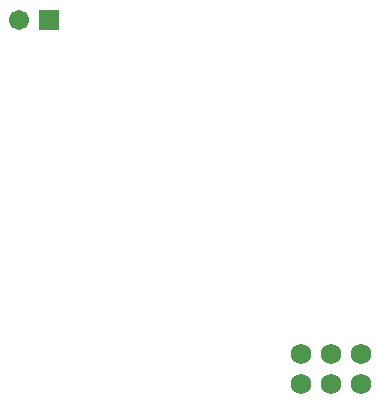
<source format=gbs>
%FSAX43Y43*%
%MOMM*%
G71*
G01*
G75*
G04 Layer_Color=16711935*
%ADD10C,0.203*%
%ADD11R,0.600X0.500*%
%ADD12R,1.270X0.914*%
%ADD13R,0.914X0.914*%
%ADD14R,0.650X1.100*%
%ADD15R,1.100X0.650*%
%ADD16R,0.500X0.600*%
%ADD17R,0.762X0.762*%
%ADD18R,0.762X0.762*%
%ADD19R,0.450X0.450*%
G04:AMPARAMS|DCode=20|XSize=5mm|YSize=5mm|CornerRadius=0.5mm|HoleSize=0mm|Usage=FLASHONLY|Rotation=90.000|XOffset=0mm|YOffset=0mm|HoleType=Round|Shape=RoundedRectangle|*
%AMROUNDEDRECTD20*
21,1,5.000,4.000,0,0,90.0*
21,1,4.000,5.000,0,0,90.0*
1,1,1.000,2.000,2.000*
1,1,1.000,2.000,-2.000*
1,1,1.000,-2.000,-2.000*
1,1,1.000,-2.000,2.000*
%
%ADD20ROUNDEDRECTD20*%
%ADD21O,1.050X0.250*%
%ADD22O,0.250X1.050*%
G04:AMPARAMS|DCode=23|XSize=0.25mm|YSize=0.7mm|CornerRadius=0.063mm|HoleSize=0mm|Usage=FLASHONLY|Rotation=90.000|XOffset=0mm|YOffset=0mm|HoleType=Round|Shape=RoundedRectangle|*
%AMROUNDEDRECTD23*
21,1,0.250,0.575,0,0,90.0*
21,1,0.125,0.700,0,0,90.0*
1,1,0.125,0.287,0.063*
1,1,0.125,0.287,-0.063*
1,1,0.125,-0.287,-0.063*
1,1,0.125,-0.287,0.063*
%
%ADD23ROUNDEDRECTD23*%
G04:AMPARAMS|DCode=24|XSize=0.25mm|YSize=0.7mm|CornerRadius=0.063mm|HoleSize=0mm|Usage=FLASHONLY|Rotation=0.000|XOffset=0mm|YOffset=0mm|HoleType=Round|Shape=RoundedRectangle|*
%AMROUNDEDRECTD24*
21,1,0.250,0.575,0,0,0.0*
21,1,0.125,0.700,0,0,0.0*
1,1,0.125,0.063,-0.287*
1,1,0.125,-0.063,-0.287*
1,1,0.125,-0.063,0.287*
1,1,0.125,0.063,0.287*
%
%ADD24ROUNDEDRECTD24*%
%ADD25R,1.700X1.700*%
%ADD26R,3.000X2.100*%
%ADD27R,1.600X0.800*%
G04:AMPARAMS|DCode=28|XSize=0.6mm|YSize=1.4mm|CornerRadius=0.15mm|HoleSize=0mm|Usage=FLASHONLY|Rotation=270.000|XOffset=0mm|YOffset=0mm|HoleType=Round|Shape=RoundedRectangle|*
%AMROUNDEDRECTD28*
21,1,0.600,1.100,0,0,270.0*
21,1,0.300,1.400,0,0,270.0*
1,1,0.300,-0.550,-0.150*
1,1,0.300,-0.550,0.150*
1,1,0.300,0.550,0.150*
1,1,0.300,0.550,-0.150*
%
%ADD28ROUNDEDRECTD28*%
G04:AMPARAMS|DCode=29|XSize=0.6mm|YSize=1.4mm|CornerRadius=0.15mm|HoleSize=0mm|Usage=FLASHONLY|Rotation=0.000|XOffset=0mm|YOffset=0mm|HoleType=Round|Shape=RoundedRectangle|*
%AMROUNDEDRECTD29*
21,1,0.600,1.100,0,0,0.0*
21,1,0.300,1.400,0,0,0.0*
1,1,0.300,0.150,-0.550*
1,1,0.300,-0.150,-0.550*
1,1,0.300,-0.150,0.550*
1,1,0.300,0.150,0.550*
%
%ADD29ROUNDEDRECTD29*%
%ADD30R,2.700X1.600*%
%ADD31R,2.400X1.600*%
%ADD32R,0.400X1.350*%
%ADD33R,0.800X1.000*%
%ADD34O,0.300X1.800*%
%ADD35O,1.800X0.300*%
%ADD36R,0.700X0.225*%
%ADD37R,0.400X2.000*%
%ADD38C,0.250*%
%ADD39C,0.225*%
%ADD40C,0.400*%
%ADD41C,0.254*%
%ADD42C,0.500*%
%ADD43C,1.524*%
%ADD44R,1.500X1.500*%
%ADD45C,1.500*%
%ADD46C,0.500*%
%ADD47C,0.600*%
%ADD48C,0.305*%
%ADD49C,0.200*%
%ADD50C,0.150*%
%ADD51C,0.070*%
%ADD52R,0.803X0.703*%
%ADD53R,1.473X1.118*%
%ADD54R,1.118X1.118*%
%ADD55R,0.853X1.303*%
%ADD56R,1.303X0.853*%
%ADD57R,0.703X0.803*%
%ADD58R,0.965X0.965*%
%ADD59R,0.965X0.965*%
%ADD60R,0.653X0.653*%
G04:AMPARAMS|DCode=61|XSize=5.203mm|YSize=5.203mm|CornerRadius=0.52mm|HoleSize=0mm|Usage=FLASHONLY|Rotation=90.000|XOffset=0mm|YOffset=0mm|HoleType=Round|Shape=RoundedRectangle|*
%AMROUNDEDRECTD61*
21,1,5.203,4.163,0,0,90.0*
21,1,4.163,5.203,0,0,90.0*
1,1,1.041,2.081,2.081*
1,1,1.041,2.081,-2.081*
1,1,1.041,-2.081,-2.081*
1,1,1.041,-2.081,2.081*
%
%ADD61ROUNDEDRECTD61*%
%ADD62O,1.253X0.453*%
%ADD63O,0.453X1.253*%
G04:AMPARAMS|DCode=64|XSize=0.453mm|YSize=0.903mm|CornerRadius=0.113mm|HoleSize=0mm|Usage=FLASHONLY|Rotation=90.000|XOffset=0mm|YOffset=0mm|HoleType=Round|Shape=RoundedRectangle|*
%AMROUNDEDRECTD64*
21,1,0.453,0.677,0,0,90.0*
21,1,0.227,0.903,0,0,90.0*
1,1,0.227,0.338,0.113*
1,1,0.227,0.338,-0.113*
1,1,0.227,-0.338,-0.113*
1,1,0.227,-0.338,0.113*
%
%ADD64ROUNDEDRECTD64*%
G04:AMPARAMS|DCode=65|XSize=0.453mm|YSize=0.903mm|CornerRadius=0.113mm|HoleSize=0mm|Usage=FLASHONLY|Rotation=0.000|XOffset=0mm|YOffset=0mm|HoleType=Round|Shape=RoundedRectangle|*
%AMROUNDEDRECTD65*
21,1,0.453,0.677,0,0,0.0*
21,1,0.227,0.903,0,0,0.0*
1,1,0.227,0.113,-0.338*
1,1,0.227,-0.113,-0.338*
1,1,0.227,-0.113,0.338*
1,1,0.227,0.113,0.338*
%
%ADD65ROUNDEDRECTD65*%
%ADD66R,1.903X1.903*%
%ADD67R,3.203X2.303*%
%ADD68R,1.803X1.003*%
G04:AMPARAMS|DCode=69|XSize=0.803mm|YSize=1.603mm|CornerRadius=0.201mm|HoleSize=0mm|Usage=FLASHONLY|Rotation=270.000|XOffset=0mm|YOffset=0mm|HoleType=Round|Shape=RoundedRectangle|*
%AMROUNDEDRECTD69*
21,1,0.803,1.202,0,0,270.0*
21,1,0.402,1.603,0,0,270.0*
1,1,0.402,-0.601,-0.201*
1,1,0.402,-0.601,0.201*
1,1,0.402,0.601,0.201*
1,1,0.402,0.601,-0.201*
%
%ADD69ROUNDEDRECTD69*%
G04:AMPARAMS|DCode=70|XSize=0.803mm|YSize=1.603mm|CornerRadius=0.201mm|HoleSize=0mm|Usage=FLASHONLY|Rotation=0.000|XOffset=0mm|YOffset=0mm|HoleType=Round|Shape=RoundedRectangle|*
%AMROUNDEDRECTD70*
21,1,0.803,1.202,0,0,0.0*
21,1,0.402,1.603,0,0,0.0*
1,1,0.402,0.201,-0.601*
1,1,0.402,-0.201,-0.601*
1,1,0.402,-0.201,0.601*
1,1,0.402,0.201,0.601*
%
%ADD70ROUNDEDRECTD70*%
%ADD71R,2.903X1.803*%
%ADD72R,2.603X1.803*%
%ADD73R,0.603X1.553*%
%ADD74R,1.003X1.203*%
%ADD75O,0.503X2.003*%
%ADD76O,2.003X0.503*%
%ADD77R,0.903X0.428*%
%ADD78R,0.603X2.203*%
%ADD79C,1.727*%
%ADD80R,1.703X1.703*%
%ADD81C,1.703*%
D79*
X0025260Y0004070D02*
D03*
X0030340D02*
D03*
X0025260Y0001530D02*
D03*
X0027800D02*
D03*
X0030340D02*
D03*
X0027800Y0004070D02*
D03*
D80*
X0003900Y0032400D02*
D03*
D81*
X0001360D02*
D03*
M02*

</source>
